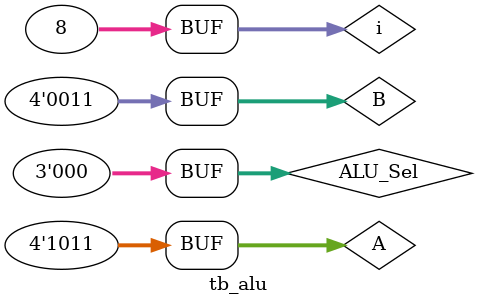
<source format=v>
module tb_alu;
//Inputs
 reg[3:0] A,B;
 reg[2:0] ALU_Sel;

//Outputs
 wire[7:0] ALU_Out;
 // Verilog code for ALU
 integer i;
 alu_v test_unit(
            .a(A),.b(B),  // ALU 4-bit Inputs                 
            .SL(ALU_Sel),// ALU Selection
            .out(ALU_Out) // ALU 8-bit Output
     );

initial begin
  $dumpfile("waveform_alu.vcd");
  $dumpvars(0,tb_alu );
    // hold reset state for 5 ns.
      A = 4'hB;
      B = 4'h3;
      ALU_Sel = 2'b00;
      
      for (i=0;i<8;i=i+1)
      begin
        #5;
        ALU_Sel = ALU_Sel + 1'b1;
      end;
      
    end
endmodule
</source>
